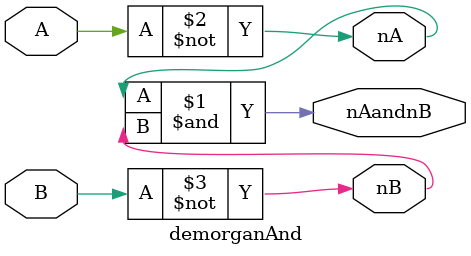
<source format=v>
module demorganAnd
(
  input  A,          // Single bit inputs
  input  B,
  output nA,         // Output intermediate complemented inputs
  output nB,
  output nAandnB     // Single bit output, (~A)*(~B)
);

  wire nA;
  wire nB;
  not Ainv(nA, A);      // Top inverter is named Ainv, takes signal A as input and produces signal nA
  not Binv(nB, B);
  and andgate(nAandnB, nA, nB);     // AND gate produces nAandnB from nA and nB

endmodule

</source>
